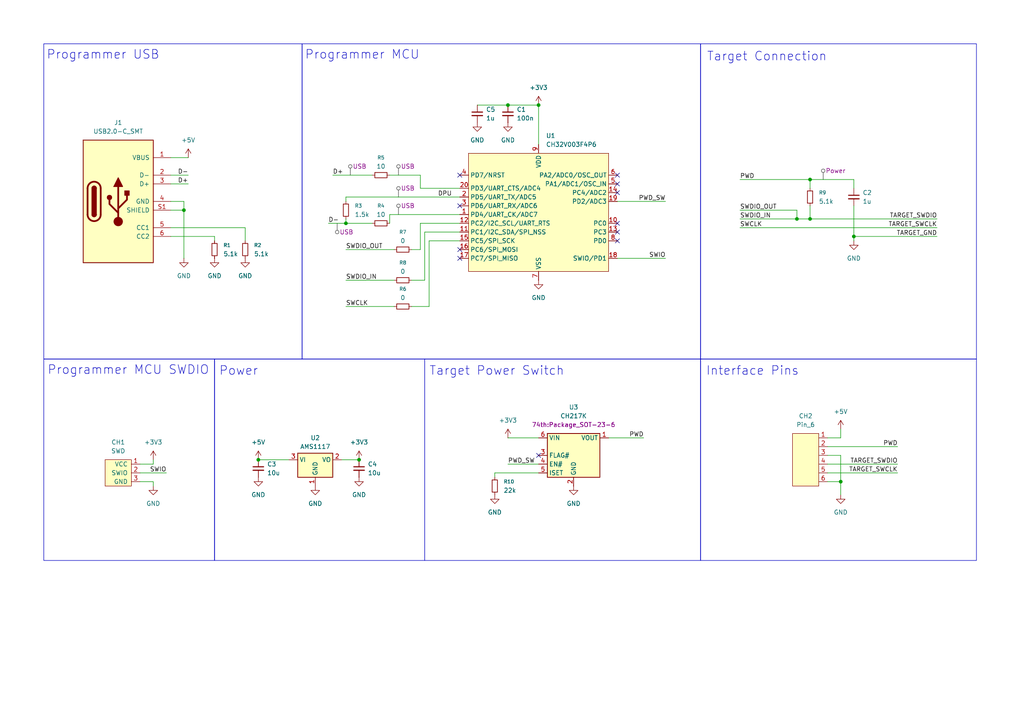
<source format=kicad_sch>
(kicad_sch (version 20250114) (generator "eeschema") (generator_version "9.0")
  (paper "A4")
  (title_block (title "RVSWDIO Programmer") (rev "1.0.1"))
  (lib_symbols
    (symbol "74th_Interface:Pin_6_GND"
      (property "Reference" "CH" (at 0 2.54 0))
      (property "Value" "Pin_6" (at 0 5.08 0))
      (symbol "Pin_6_GND_0_1"
        (rectangle (start -3.81 1.27) (end 3.81 -13.97) (stroke (width 0.1524)) (fill (type background)))
      )
      (symbol "Pin_6_GND_1_1"
        (pin bidirectional line (at 6.35 0 180) (length 2.54) (name "") (number "1"))
        (pin bidirectional line (at 6.35 -2.54 180) (length 2.54) (name "") (number "2"))
        (pin bidirectional line (at 6.35 -5.08 180) (length 2.54) (name "") (number "3"))
        (pin bidirectional line (at 6.35 -7.62 180) (length 2.54) (name "") (number "4"))
        (pin bidirectional line (at 6.35 -10.16 180) (length 2.54) (name "") (number "5"))
        (pin power_in line (at 6.35 -12.7 180) (length 2.54) (name "") (number "6"))
      )
    )
    (symbol "74th_Interface:SWD_WCH-1Wire_WITH-VCC" (pin_names (offset 1.016))
      (property "Reference" "CH" (at -3.81 5.08 0))
      (property "Value" "SWD" (at 3.81 5.08 0))
      (symbol "SWD_WCH-1Wire_WITH-VCC_0_1"
        (rectangle (start -3.81 3.81) (end 3.81 -3.81) (fill (type background)))
      )
      (symbol "SWD_WCH-1Wire_WITH-VCC_1_1"
        (pin power_in line (at 6.35 2.54 180) (length 2.54) (name "VCC") (number "1"))
        (pin bidirectional line (at 6.35 0 180) (length 2.54) (name "SWIO") (number "2"))
        (pin power_in line (at 6.35 -2.54 180) (length 2.54) (name "GND") (number "3"))
      )
    )
    (symbol "74th_Interface:USB_TypeC-2.0_Receptacle_Simple" (pin_names (offset 1.016))
      (property "Reference" "J" (at -10.16 19.05 0))
      (property "Value" "USB2.0-C_SMT" (at 15.24 19.05 0))
      (symbol "USB_TypeC-2.0_Receptacle_Simple_0_1"
        (rectangle (start -10.16 17.78) (end 10.16 -17.78) (stroke (width 0.254)) (fill (type background)))
        (polyline (pts (xy -8.89 -3.81) (xy -8.89 3.81)) (stroke (width 0.508)))
        (rectangle (start -7.62 -3.81) (end -6.35 3.81) (stroke (width 0.254)) (fill (type outline)))
        (arc (start -7.62 3.81) (mid -6.985 4.4423) (end -6.35 3.81) (stroke (width 0.254)))
        (arc (start -7.62 3.81) (mid -6.985 4.4423) (end -6.35 3.81) (stroke (width 0.254)) (fill (type outline)))
        (arc (start -8.89 3.81) (mid -6.985 5.7067) (end -5.08 3.81) (stroke (width 0.508)))
        (arc (start -5.08 -3.81) (mid -6.985 -5.7067) (end -8.89 -3.81) (stroke (width 0.508)))
        (arc (start -6.35 -3.81) (mid -6.985 -4.4423) (end -7.62 -3.81) (stroke (width 0.254)))
        (arc (start -6.35 -3.81) (mid -6.985 -4.4423) (end -7.62 -3.81) (stroke (width 0.254)) (fill (type outline)))
        (polyline (pts (xy -5.08 3.81) (xy -5.08 -3.81)) (stroke (width 0.508)))
        (circle (center -2.54 1.143) (radius 0.635) (stroke (width 0.254)) (fill (type outline)))
        (polyline (pts (xy -1.27 4.318) (xy 0 6.858) (xy 1.27 4.318) (xy -1.27 4.318)) (stroke (width 0.254)) (fill (type outline)))
        (polyline (pts (xy 0 -2.032) (xy 2.54 0.508) (xy 2.54 1.778)) (stroke (width 0.508)))
        (polyline (pts (xy 0 -3.302) (xy -2.54 -0.762) (xy -2.54 0.508)) (stroke (width 0.508)))
        (polyline (pts (xy 0 -5.842) (xy 0 4.318)) (stroke (width 0.508)))
        (circle (center 0 -5.842) (radius 1.27) (fill (type outline)))
        (rectangle (start 1.905 1.778) (end 3.175 3.048) (stroke (width 0.254)) (fill (type outline)))
      )
      (symbol "USB_TypeC-2.0_Receptacle_Simple_1_1"
        (pin power_out line (at 15.24 12.7 180) (length 5.08) (name "VBUS") (number "1"))
        (pin bidirectional line (at 15.24 7.62 180) (length 5.08) (name "D-") (number "2"))
        (pin bidirectional line (at 15.24 5.08 180) (length 5.08) (name "D+") (number "3"))
        (pin power_out line (at 15.24 0 180) (length 5.08) (name "GND") (number "4"))
        (pin passive line (at 15.24 -2.54 180) (length 5.08) (name "SHIELD") (number "S1"))
        (pin input line (at 15.24 -7.62 180) (length 5.08) (name "CC1") (number "5"))
        (pin input line (at 15.24 -10.16 180) (length 5.08) (name "CC2") (number "6"))
      )
    )
    (symbol "74th_MCU:CH32V003F4P6"
      (property "Reference" "U" (at -11.43 25.4 0))
      (property "Value" "CH32V003F4P6" (at 12.7 25.4 0))
      (symbol "CH32V003F4P6_0_1"
        (rectangle (start -20.32 24.13) (end 20.32 -10.16) (stroke (width 0.1524)) (fill (type background)))
      )
      (symbol "CH32V003F4P6_1_1"
        (pin bidirectional line (at -22.86 17.78 0) (length 2.54) (name "PD7/NRST") (number "4"))
        (pin bidirectional line (at -22.86 13.97 0) (length 2.54) (name "PD3/UART_CTS/ADC4") (number "20"))
        (pin bidirectional line (at -22.86 11.43 0) (length 2.54) (name "PD5/UART_TX/ADC5") (number "2"))
        (pin bidirectional line (at -22.86 8.89 0) (length 2.54) (name "PD6/UART_RX/ADC6") (number "3"))
        (pin bidirectional line (at -22.86 6.35 0) (length 2.54) (name "PD4/UART_CK/ADC7") (number "1"))
        (pin bidirectional line (at -22.86 3.81 0) (length 2.54) (name "PC2/I2C_SCL/UART_RTS") (number "12"))
        (pin bidirectional line (at -22.86 1.27 0) (length 2.54) (name "PC1/I2C_SDA/SPI_NSS") (number "11"))
        (pin bidirectional line (at -22.86 -1.27 0) (length 2.54) (name "PC5/SPI_SCK") (number "15"))
        (pin bidirectional line (at -22.86 -3.81 0) (length 2.54) (name "PC6/SPI_MOSI") (number "16"))
        (pin bidirectional line (at -22.86 -6.35 0) (length 2.54) (name "PC7/SPI_MISO") (number "17"))
        (pin power_in line (at 0 26.67 270) (length 2.54) (name "VDD") (number "9"))
        (pin power_in line (at 0 -12.7 90) (length 2.54) (name "VSS") (number "7"))
        (pin bidirectional line (at 22.86 17.78 180) (length 2.54) (name "PA2/ADC0/OSC_OUT") (number "6"))
        (pin bidirectional line (at 22.86 15.24 180) (length 2.54) (name "PA1/ADC1/OSC_IN") (number "5"))
        (pin bidirectional line (at 22.86 12.7 180) (length 2.54) (name "PC4/ADC2") (number "14"))
        (pin bidirectional line (at 22.86 10.16 180) (length 2.54) (name "PD2/ADC3") (number "19"))
        (pin bidirectional line (at 22.86 3.81 180) (length 2.54) (name "PC0") (number "10"))
        (pin bidirectional line (at 22.86 1.27 180) (length 2.54) (name "PC3") (number "13"))
        (pin bidirectional line (at 22.86 -1.27 180) (length 2.54) (name "PD0") (number "8"))
        (pin bidirectional line (at 22.86 -6.35 180) (length 2.54) (name "SWIO/PD1") (number "18"))
      )
    )
    (symbol "74th_Passive:AMS1117-3.3_Regulator_SOT89"
      (property "Reference" "U" (at -3.81 3.175 0))
      (property "Value" "AMS1117" (at 0 3.175 0))
      (symbol "AMS1117-3.3_Regulator_SOT89_0_1"
        (rectangle (start -5.08 1.905) (end 5.08 -5.08) (stroke (width 0.254)) (fill (type background)))
      )
      (symbol "AMS1117-3.3_Regulator_SOT89_1_1"
        (pin power_in line (at -7.62 0 0) (length 2.54) (name "VI") (number "3"))
        (pin power_in line (at 0 -7.62 90) (length 2.54) (name "GND") (number "1"))
        (pin power_out line (at 7.62 0 180) (length 2.54) (name "VO") (number "2"))
      )
    )
    (symbol "74th_Passive:CH217K_USB-Power-Limit-Switch"
      (property "Reference" "U" (at -6.35 5.08 0))
      (property "Value" "CH217K" (at 3.81 5.08 0))
      (property "Footprint" "74th:Package_SOT-23-6" (at 17.78 -10.16 0))
      (symbol "CH217K_USB-Power-Limit-Switch_1_1"
        (rectangle (start -7.62 3.81) (end 7.62 -8.89) (stroke (width 0.254)) (fill (type background)))
        (pin power_in line (at -10.16 2.54 0) (length 2.54) (name "VIN") (number "6"))
        (pin input line (at -10.16 -2.54 0) (length 2.54) (name "FLAG#") (number "3"))
        (pin input line (at -10.16 -5.08 0) (length 2.54) (name "EN#") (number "4"))
        (pin input line (at -10.16 -7.62 0) (length 2.54) (name "ISET") (number "5"))
        (pin power_in line (at 0 -11.43 90) (length 2.54) (name "GND") (number "2"))
        (pin power_out line (at 10.16 2.54 180) (length 2.54) (name "VOUT") (number "1"))
      )
    )
    (symbol "Device:C_Small" (pin_numbers (hide yes)) (pin_names (offset 0.254) (hide yes))
      (property "Reference" "C" (at 0.254 1.778 0))
      (property "Value" "C_Small" (at 0.254 -2.032 0))
      (symbol "C_Small_0_1"
        (polyline (pts (xy -1.524 0.508) (xy 1.524 0.508)) (stroke (width 0.3048)))
        (polyline (pts (xy -1.524 -0.508) (xy 1.524 -0.508)) (stroke (width 0.3302)))
      )
      (symbol "C_Small_1_1"
        (pin passive line (at 0 2.54 270) (length 2.032) (name "~") (number "1"))
        (pin passive line (at 0 -2.54 90) (length 2.032) (name "~") (number "2"))
      )
    )
    (symbol "Device:R_Small" (pin_numbers (hide yes)) (pin_names (offset 0.254) (hide yes))
      (property "Reference" "R" (at 0 0 90))
      (property "Value" "R_Small" (at 1.778 0 90))
      (symbol "R_Small_0_1"
        (rectangle (start -0.762 1.778) (end 0.762 -1.778) (stroke (width 0.2032)))
      )
      (symbol "R_Small_1_1"
        (pin passive line (at 0 2.54 270) (length 0.762) (name "~") (number "1"))
        (pin passive line (at 0 -2.54 90) (length 0.762) (name "~") (number "2"))
      )
    )
    (symbol "power:+3V3" (power) (pin_numbers (hide yes)) (pin_names (offset 0) (hide yes))
      (property "Value" "+3V3" (at 0 3.556 0))
      (symbol "+3V3_0_1"
        (polyline (pts (xy -0.762 1.27) (xy 0 2.54)))
        (polyline (pts (xy 0 2.54) (xy 0.762 1.27)))
        (polyline (pts (xy 0 0) (xy 0 2.54)))
      )
      (symbol "+3V3_1_1"
        (pin power_in line (at 0 0 90) (length 0) (name "~") (number "1"))
      )
    )
    (symbol "power:+5V" (power) (pin_numbers (hide yes)) (pin_names (offset 0) (hide yes))
      (property "Value" "+5V" (at 0 3.556 0))
      (symbol "+5V_0_1"
        (polyline (pts (xy -0.762 1.27) (xy 0 2.54)))
        (polyline (pts (xy 0 2.54) (xy 0.762 1.27)))
        (polyline (pts (xy 0 0) (xy 0 2.54)))
      )
      (symbol "+5V_1_1"
        (pin power_in line (at 0 0 90) (length 0) (name "~") (number "1"))
      )
    )
    (symbol "power:GND" (power) (pin_numbers (hide yes)) (pin_names (offset 0) (hide yes))
      (property "Value" "GND" (at 0 -3.81 0))
      (symbol "GND_0_1"
        (polyline (pts (xy 0 0) (xy 0 -1.27) (xy 1.27 -1.27) (xy 0 -2.54) (xy -1.27 -1.27) (xy 0 -1.27)))
      )
      (symbol "GND_1_1"
        (pin power_in line (at 0 0 270) (length 0) (name "~") (number "1"))
      )
    )
  )
  (rectangle (start 12.7 104.14) (end 62.23 162.56))
  (rectangle (start 123.19 104.14) (end 203.2 162.56))
  (rectangle (start 87.63 12.7) (end 203.2 104.14))
  (rectangle (start 203.2 104.14) (end 283.21 162.56))
  (rectangle (start 203.2 12.7) (end 283.21 104.14))
  (rectangle (start 12.7 12.7) (end 87.63 104.14))
  (rectangle (start 62.23 104.14) (end 123.19 162.56))
  (text "Target Connection" (at 204.978 14.986 0) (effects (font (size 2.54 2.54)) (justify left top)))
  (text "Target Power Switch" (at 124.46 106.172 0) (effects (font (size 2.54 2.54)) (justify left top)))
  (text "Interface Pins" (at 204.724 106.172 0) (effects (font (size 2.54 2.54)) (justify left top)))
  (text "Power" (at 63.5 106.172 0) (effects (font (size 2.54 2.54)) (justify left top)))
  (text "Programmer MCU" (at 88.392 14.478 0) (effects (font (size 2.54 2.54)) (justify left top)))
  (text "Programmer USB" (at 13.462 14.478 0) (effects (font (size 2.54 2.54)) (justify left top)))
  (text "Programmer MCU SWDIO" (at 13.716 105.918 0) (effects (font (size 2.54 2.54)) (justify left top)))
  (junction (at 104.14 133.35))
  (junction (at 74.93 133.35))
  (junction (at 147.32 30.48))
  (junction (at 243.84 139.7))
  (junction (at 100.33 64.77))
  (junction (at 234.95 52.07))
  (junction (at 156.21 30.48))
  (junction (at 53.34 60.96))
  (junction (at 231.14 63.5))
  (junction (at 234.95 63.5))
  (junction (at 247.65 68.58))
  (no_connect (at 179.07 69.85))
  (no_connect (at 179.07 67.31))
  (no_connect (at 179.07 50.8))
  (no_connect (at 179.07 55.88))
  (no_connect (at 133.35 59.69))
  (no_connect (at 179.07 64.77))
  (no_connect (at 133.35 74.93))
  (no_connect (at 156.21 132.08))
  (no_connect (at 133.35 72.39))
  (no_connect (at 179.07 53.34))
  (no_connect (at 133.35 50.8))
  (wire (pts (xy 214.63 60.96) (xy 231.14 60.96)))
  (wire (pts (xy 179.07 58.42) (xy 193.04 58.42)))
  (wire (pts (xy 113.03 62.23) (xy 133.35 62.23)))
  (wire (pts (xy 119.38 81.28) (xy 123.19 81.28)))
  (wire (pts (xy 243.84 132.08) (xy 243.84 139.7)))
  (wire (pts (xy 147.32 127) (xy 156.21 127)))
  (wire (pts (xy 53.34 58.42) (xy 53.34 60.96)))
  (wire (pts (xy 234.95 52.07) (xy 234.95 54.61)))
  (wire (pts (xy 240.03 132.08) (xy 243.84 132.08)))
  (wire (pts (xy 214.63 52.07) (xy 234.95 52.07)))
  (wire (pts (xy 53.34 60.96) (xy 53.34 74.93)))
  (wire (pts (xy 100.33 72.39) (xy 114.3 72.39)))
  (wire (pts (xy 62.23 68.58) (xy 62.23 69.85)))
  (wire (pts (xy 100.33 64.77) (xy 100.33 63.5)))
  (wire (pts (xy 231.14 63.5) (xy 214.63 63.5)))
  (wire (pts (xy 49.53 58.42) (xy 53.34 58.42)))
  (wire (pts (xy 113.03 64.77) (xy 113.03 62.23)))
  (wire (pts (xy 44.45 139.7) (xy 44.45 140.97)))
  (wire (pts (xy 49.53 68.58) (xy 62.23 68.58)))
  (wire (pts (xy 100.33 81.28) (xy 114.3 81.28)))
  (wire (pts (xy 121.92 50.8) (xy 121.92 54.61)))
  (wire (pts (xy 40.64 137.16) (xy 48.26 137.16)))
  (wire (pts (xy 243.84 127) (xy 243.84 124.46)))
  (wire (pts (xy 121.92 72.39) (xy 121.92 64.77)))
  (wire (pts (xy 100.33 58.42) (xy 100.33 57.15)))
  (wire (pts (xy 71.12 66.04) (xy 71.12 69.85)))
  (wire (pts (xy 147.32 30.48) (xy 156.21 30.48)))
  (wire (pts (xy 44.45 134.62) (xy 44.45 133.35)))
  (wire (pts (xy 234.95 59.69) (xy 234.95 63.5)))
  (wire (pts (xy 114.3 88.9) (xy 100.33 88.9)))
  (wire (pts (xy 176.53 127) (xy 186.69 127)))
  (wire (pts (xy 240.03 139.7) (xy 243.84 139.7)))
  (wire (pts (xy 247.65 54.61) (xy 247.65 52.07)))
  (wire (pts (xy 49.53 66.04) (xy 71.12 66.04)))
  (wire (pts (xy 240.03 134.62) (xy 260.35 134.62)))
  (wire (pts (xy 100.33 57.15) (xy 133.35 57.15)))
  (wire (pts (xy 231.14 63.5) (xy 234.95 63.5)))
  (wire (pts (xy 156.21 137.16) (xy 143.51 137.16)))
  (wire (pts (xy 121.92 54.61) (xy 133.35 54.61)))
  (wire (pts (xy 243.84 139.7) (xy 243.84 143.51)))
  (wire (pts (xy 231.14 60.96) (xy 231.14 63.5)))
  (wire (pts (xy 49.53 53.34) (xy 54.61 53.34)))
  (wire (pts (xy 123.19 67.31) (xy 133.35 67.31)))
  (wire (pts (xy 49.53 45.72) (xy 54.61 45.72)))
  (wire (pts (xy 156.21 30.48) (xy 156.21 41.91)))
  (wire (pts (xy 49.53 50.8) (xy 54.61 50.8)))
  (wire (pts (xy 247.65 68.58) (xy 271.78 68.58)))
  (wire (pts (xy 240.03 137.16) (xy 260.35 137.16)))
  (wire (pts (xy 121.92 64.77) (xy 133.35 64.77)))
  (wire (pts (xy 124.46 88.9) (xy 119.38 88.9)))
  (wire (pts (xy 247.65 59.69) (xy 247.65 68.58)))
  (wire (pts (xy 124.46 69.85) (xy 133.35 69.85)))
  (wire (pts (xy 240.03 127) (xy 243.84 127)))
  (wire (pts (xy 99.06 133.35) (xy 104.14 133.35)))
  (wire (pts (xy 100.33 64.77) (xy 107.95 64.77)))
  (wire (pts (xy 124.46 88.9) (xy 124.46 69.85)))
  (wire (pts (xy 40.64 139.7) (xy 44.45 139.7)))
  (wire (pts (xy 147.32 134.62) (xy 156.21 134.62)))
  (wire (pts (xy 49.53 60.96) (xy 53.34 60.96)))
  (wire (pts (xy 247.65 52.07) (xy 234.95 52.07)))
  (wire (pts (xy 113.03 50.8) (xy 121.92 50.8)))
  (wire (pts (xy 240.03 129.54) (xy 260.35 129.54)))
  (wire (pts (xy 123.19 81.28) (xy 123.19 67.31)))
  (wire (pts (xy 234.95 63.5) (xy 271.78 63.5)))
  (wire (pts (xy 95.25 64.77) (xy 100.33 64.77)))
  (wire (pts (xy 119.38 72.39) (xy 121.92 72.39)))
  (wire (pts (xy 96.52 50.8) (xy 107.95 50.8)))
  (wire (pts (xy 143.51 137.16) (xy 143.51 138.43)))
  (wire (pts (xy 40.64 134.62) (xy 44.45 134.62)))
  (wire (pts (xy 214.63 66.04) (xy 271.78 66.04)))
  (wire (pts (xy 74.93 133.35) (xy 83.82 133.35)))
  (wire (pts (xy 179.07 74.93) (xy 193.04 74.93)))
  (wire (pts (xy 138.43 30.48) (xy 147.32 30.48)))
  (wire (pts (xy 247.65 68.58) (xy 247.65 69.85)))
  (label "D-" (at 54.61 50.8 180))
  (label "SWCLK" (at 214.63 66.04 0))
  (label "D+" (at 96.52 50.8 0))
  (label "SWIO" (at 193.04 74.93 180))
  (label "SWIO" (at 48.26 137.16 180))
  (label "D+" (at 54.61 53.34 180))
  (label "PWD_SW" (at 147.32 134.62 0))
  (label "SWDIO_OUT" (at 214.63 60.96 0))
  (label "PWD_SW" (at 193.04 58.42 180))
  (label "D-" (at 95.25 64.77 0))
  (label "SWDIO_IN" (at 100.33 81.28 0))
  (label "PWD" (at 214.63 52.07 0))
  (label "TARGET_SWCLK" (at 271.78 66.04 180))
  (label "PWD" (at 260.35 129.54 180))
  (label "TARGET_SWCLK" (at 260.35 137.16 180))
  (label "TARGET_SWDIO" (at 260.35 134.62 180))
  (label "SWDIO_IN" (at 214.63 63.5 0))
  (label "SWCLK" (at 100.33 88.9 0))
  (label "DPU" (at 127 57.15 0))
  (label "SWDIO_OUT" (at 100.33 72.39 0))
  (label "TARGET_SWDIO" (at 271.78 63.5 180))
  (label "PWD" (at 186.69 127 180))
  (label "TARGET_GND" (at 271.78 68.58 180))
  (netclass_flag "" (length 2.54) (shape round) (at 97.79 64.77 180) (property "Netclass" "USB" (at 98.4885 67.31 0) (effects (justify left))))
  (netclass_flag "" (length 2.54) (shape round) (at 115.57 57.15 0) (property "Netclass" "USB" (at 116.2685 54.61 0) (effects (justify left))))
  (netclass_flag "" (length 2.54) (shape round) (at 115.57 50.8 0) (property "Netclass" "USB" (at 116.2685 48.26 0) (effects (justify left))))
  (netclass_flag "" (length 2.54) (shape round) (at 101.6 50.8 0) (property "Netclass" "USB" (at 102.2985 48.26 0) (effects (justify left))))
  (netclass_flag "" (length 2.54) (shape round) (at 115.57 62.23 0) (property "Netclass" "USB" (at 116.2685 59.69 0) (effects (justify left))))
  (netclass_flag "" (length 2.54) (shape round) (at 238.76 52.07 0) (property "Netclass" "Power" (at 239.4585 49.53 0) (effects (justify left))))
  (symbol (lib_id "74th_Interface:SWD_WCH-1Wire_WITH-VCC") (at 34.29 137.16 0) (unit 1)
    (property "Reference" "CH1" (at 34.29 128.27 0))
    (property "Value" "SWD" (at 34.29 130.81 0))
    (property "Footprint" "74th:PinOut_Pin_3_3GND" (effects (hide yes)))
  )
  (symbol (lib_id "Device:R_Small") (at 116.84 88.9 90) (unit 1)
    (property "Reference" "R6" (at 116.84 83.82 90) (effects (font (size 1.016 1.016))))
    (property "Value" "0" (at 116.84 86.36 90))
    (property "Footprint" "74th:Register_0603_1608" (effects (hide yes)))
    (property "Description" "Resistor, small symbol" (effects (hide yes)))
  )
  (symbol (lib_id "power:GND") (at 143.51 143.51 0) (unit 1)
    (property "Reference" "#PWR012" (effects (hide yes)))
    (property "Value" "GND" (at 143.51 148.59 0))
    (property "Description" "Power symbol creates a global label with name \"GND\" , ground" (effects (hide yes)))
  )
  (symbol (lib_id "Device:C_Small") (at 74.93 135.89 0) (unit 1)
    (property "Reference" "C3" (at 77.47 134.6262 0) (effects (justify left)))
    (property "Value" "10u" (at 77.47 137.1662 0) (effects (justify left)))
    (property "Footprint" "74th:Capacitor_0603_1608" (effects (hide yes)))
    (property "Description" "Unpolarized capacitor, small symbol" (effects (hide yes)))
  )
  (symbol (lib_id "power:GND") (at 62.23 74.93 0) (unit 1)
    (property "Reference" "#PWR09" (effects (hide yes)))
    (property "Value" "GND" (at 62.23 80.01 0))
    (property "Description" "Power symbol creates a global label with name \"GND\" , ground" (effects (hide yes)))
  )
  (symbol (lib_id "power:GND") (at 147.32 35.56 0) (unit 1)
    (property "Reference" "#PWR03" (effects (hide yes)))
    (property "Value" "GND" (at 147.32 40.64 0))
    (property "Description" "Power symbol creates a global label with name \"GND\" , ground" (effects (hide yes)))
  )
  (symbol (lib_id "Device:R_Small") (at 62.23 72.39 0) (unit 1)
    (property "Reference" "R1" (at 64.77 71.1199 0) (effects (font (size 1.016 1.016)) (justify left)))
    (property "Value" "5.1k" (at 64.77 73.6599 0) (effects (justify left)))
    (property "Footprint" "74th:Register_0603_1608" (effects (hide yes)))
    (property "Description" "Resistor, small symbol" (effects (hide yes)))
  )
  (symbol (lib_id "power:+5V") (at 243.84 124.46 0) (unit 1)
    (property "Reference" "#PWR017" (effects (hide yes)))
    (property "Value" "+5V" (at 243.84 119.38 0))
    (property "Description" "Power symbol creates a global label with name \"+5V\"" (effects (hide yes)))
  )
  (symbol (lib_id "power:+5V") (at 74.93 133.35 0) (unit 1)
    (property "Reference" "#PWR07" (effects (hide yes)))
    (property "Value" "+5V" (at 74.93 128.27 0))
    (property "Description" "Power symbol creates a global label with name \"+5V\"" (effects (hide yes)))
  )
  (symbol (lib_id "Device:R_Small") (at 100.33 60.96 0) (unit 1)
    (property "Reference" "R3" (at 102.87 59.6899 0) (effects (font (size 1.016 1.016)) (justify left)))
    (property "Value" "1.5k" (at 102.87 62.2299 0) (effects (justify left)))
    (property "Footprint" "74th:Register_0603_1608" (effects (hide yes)))
    (property "Description" "Resistor, small symbol" (effects (hide yes)))
  )
  (symbol (lib_id "Device:C_Small") (at 138.43 33.02 0) (unit 1)
    (property "Reference" "C5" (at 140.97 31.7562 0) (effects (justify left)))
    (property "Value" "1u" (at 140.97 34.2962 0) (effects (justify left)))
    (property "Footprint" "74th:Capacitor_0603_1608" (effects (hide yes)))
    (property "Description" "Unpolarized capacitor, small symbol" (effects (hide yes)))
  )
  (symbol (lib_id "Device:C_Small") (at 104.14 135.89 0) (unit 1)
    (property "Reference" "C4" (at 106.68 134.6262 0) (effects (justify left)))
    (property "Value" "10u" (at 106.68 137.1662 0) (effects (justify left)))
    (property "Footprint" "74th:Capacitor_0603_1608" (effects (hide yes)))
    (property "Description" "Unpolarized capacitor, small symbol" (effects (hide yes)))
  )
  (symbol (lib_id "74th_MCU:CH32V003F4P6") (at 156.21 68.58 0) (unit 1)
    (property "Reference" "U1" (at 158.3533 39.37 0) (effects (justify left)))
    (property "Value" "CH32V003F4P6" (at 158.3533 41.91 0) (effects (justify left)))
    (property "Footprint" "74th:Package_TSSOP-20_4.4x6.5mm_P0.65mm" (effects (hide yes)))
  )
  (symbol (lib_id "power:GND") (at 247.65 69.85 0) (unit 1)
    (property "Reference" "#PWR013" (effects (hide yes)))
    (property "Value" "GND" (at 247.65 74.93 0))
    (property "Description" "Power symbol creates a global label with name \"GND\" , ground" (effects (hide yes)))
  )
  (symbol (lib_id "power:+3V3") (at 147.32 127 0) (unit 1)
    (property "Reference" "#PWR021" (effects (hide yes)))
    (property "Value" "+3V3" (at 147.32 121.92 0))
    (property "Description" "Power symbol creates a global label with name \"+3V3\"" (effects (hide yes)))
  )
  (symbol (lib_id "Device:R_Small") (at 110.49 50.8 90) (unit 1)
    (property "Reference" "R5" (at 110.49 45.72 90) (effects (font (size 1.016 1.016))))
    (property "Value" "10" (at 110.49 48.26 90))
    (property "Footprint" "74th:Register_0603_1608" (effects (hide yes)))
    (property "Description" "Resistor, small symbol" (effects (hide yes)))
  )
  (symbol (lib_id "power:GND") (at 138.43 35.56 0) (unit 1)
    (property "Reference" "#PWR018" (effects (hide yes)))
    (property "Value" "GND" (at 138.43 40.64 0))
    (property "Description" "Power symbol creates a global label with name \"GND\" , ground" (effects (hide yes)))
  )
  (symbol (lib_id "power:+3V3") (at 156.21 30.48 0) (unit 1)
    (property "Reference" "#PWR01" (effects (hide yes)))
    (property "Value" "+3V3" (at 156.21 25.4 0))
    (property "Description" "Power symbol creates a global label with name \"+3V3\"" (effects (hide yes)))
  )
  (symbol (lib_id "power:GND") (at 53.34 74.93 0) (unit 1)
    (property "Reference" "#PWR011" (effects (hide yes)))
    (property "Value" "GND" (at 53.34 80.01 0))
    (property "Description" "Power symbol creates a global label with name \"GND\" , ground" (effects (hide yes)))
  )
  (symbol (lib_id "power:GND") (at 44.45 140.97 0) (unit 1)
    (property "Reference" "#PWR014" (effects (hide yes)))
    (property "Value" "GND" (at 44.45 146.05 0))
    (property "Description" "Power symbol creates a global label with name \"GND\" , ground" (effects (hide yes)))
  )
  (symbol (lib_id "power:+3V3") (at 104.14 133.35 0) (unit 1)
    (property "Reference" "#PWR020" (effects (hide yes)))
    (property "Value" "+3V3" (at 104.14 128.27 0))
    (property "Description" "Power symbol creates a global label with name \"+3V3\"" (effects (hide yes)))
  )
  (symbol (lib_id "power:GND") (at 91.44 140.97 0) (unit 1)
    (property "Reference" "#PWR04" (effects (hide yes)))
    (property "Value" "GND" (at 91.44 146.05 0))
    (property "Description" "Power symbol creates a global label with name \"GND\" , ground" (effects (hide yes)))
  )
  (symbol (lib_id "power:GND") (at 74.93 138.43 0) (unit 1)
    (property "Reference" "#PWR05" (effects (hide yes)))
    (property "Value" "GND" (at 74.93 143.51 0))
    (property "Description" "Power symbol creates a global label with name \"GND\" , ground" (effects (hide yes)))
  )
  (symbol (lib_id "74th_Passive:CH217K_USB-Power-Limit-Switch") (at 166.37 129.54 0) (unit 1)
    (property "Reference" "U3" (at 166.37 118.11 0))
    (property "Value" "CH217K" (at 166.37 120.65 0))
    (property "Footprint" "74th:Package_SOT-23-6" (at 166.37 123.19 0))
  )
  (symbol (lib_id "74th_Interface:USB_TypeC-2.0_Receptacle_Simple") (at 34.29 58.42 0) (unit 1)
    (property "Reference" "J1" (at 34.29 35.56 0))
    (property "Value" "USB2.0-C_SMT" (at 34.29 38.1 0))
    (property "Footprint" "74th:Connector_USB-C-Receptacle_SMT_12-Pin_Simple" (effects (hide yes)))
    (property "Datasheet" "https://www.usb.org/sites/default/files/documents/usb_type-c.zip" (effects (hide yes)))
    (property "Description" "USB 2.0-only Type-C Plug connector" (effects (hide yes)))
  )
  (symbol (lib_id "Device:C_Small") (at 147.32 33.02 0) (unit 1)
    (property "Reference" "C1" (at 149.86 31.7562 0) (effects (justify left)))
    (property "Value" "100n" (at 149.86 34.2962 0) (effects (justify left)))
    (property "Footprint" "74th:Capacitor_0603_1608" (effects (hide yes)))
    (property "Description" "Unpolarized capacitor, small symbol" (effects (hide yes)))
  )
  (symbol (lib_id "power:GND") (at 104.14 138.43 0) (unit 1)
    (property "Reference" "#PWR06" (effects (hide yes)))
    (property "Value" "GND" (at 104.14 143.51 0))
    (property "Description" "Power symbol creates a global label with name \"GND\" , ground" (effects (hide yes)))
  )
  (symbol (lib_id "74th_Passive:AMS1117-3.3_Regulator_SOT89") (at 91.44 133.35 0) (unit 1)
    (property "Reference" "U2" (at 91.44 127 0))
    (property "Value" "AMS1117" (at 91.44 129.54 0))
    (property "Footprint" "74th:Package_SOT-89-3" (effects (hide yes)))
    (property "Description" "1A Low Dropout regulator, positive, adjustable output, SOT-223" (effects (hide yes)))
  )
  (symbol (lib_id "power:GND") (at 243.84 143.51 0) (unit 1)
    (property "Reference" "#PWR016" (effects (hide yes)))
    (property "Value" "GND" (at 243.84 148.59 0))
    (property "Description" "Power symbol creates a global label with name \"GND\" , ground" (effects (hide yes)))
  )
  (symbol (lib_id "power:GND") (at 166.37 140.97 0) (unit 1)
    (property "Reference" "#PWR019" (effects (hide yes)))
    (property "Value" "GND" (at 166.37 146.05 0))
    (property "Description" "Power symbol creates a global label with name \"GND\" , ground" (effects (hide yes)))
  )
  (symbol (lib_id "Device:C_Small") (at 247.65 57.15 0) (unit 1)
    (property "Reference" "C2" (at 250.19 55.8862 0) (effects (justify left)))
    (property "Value" "1u" (at 250.19 58.4262 0) (effects (justify left)))
    (property "Footprint" "74th:Capacitor_0603_1608" (effects (hide yes)))
    (property "Description" "Unpolarized capacitor, small symbol" (effects (hide yes)))
  )
  (symbol (lib_id "Device:R_Small") (at 116.84 72.39 90) (unit 1)
    (property "Reference" "R7" (at 116.84 67.31 90) (effects (font (size 1.016 1.016))))
    (property "Value" "0" (at 116.84 69.85 90))
    (property "Footprint" "74th:Register_0603_1608" (effects (hide yes)))
    (property "Description" "Resistor, small symbol" (effects (hide yes)))
  )
  (symbol (lib_id "Device:R_Small") (at 110.49 64.77 90) (unit 1)
    (property "Reference" "R4" (at 110.49 59.69 90) (effects (font (size 1.016 1.016))))
    (property "Value" "10" (at 110.49 62.23 90))
    (property "Footprint" "74th:Register_0603_1608" (effects (hide yes)))
    (property "Description" "Resistor, small symbol" (effects (hide yes)))
  )
  (symbol (lib_id "power:+3V3") (at 44.45 133.35 0) (unit 1)
    (property "Reference" "#PWR015" (effects (hide yes)))
    (property "Value" "+3V3" (at 44.45 128.27 0))
    (property "Description" "Power symbol creates a global label with name \"+3V3\"" (effects (hide yes)))
  )
  (symbol (lib_id "Device:R_Small") (at 116.84 81.28 90) (unit 1)
    (property "Reference" "R8" (at 116.84 76.2 90) (effects (font (size 1.016 1.016))))
    (property "Value" "0" (at 116.84 78.74 90))
    (property "Footprint" "74th:Register_0603_1608" (effects (hide yes)))
    (property "Description" "Resistor, small symbol" (effects (hide yes)))
  )
  (symbol (lib_id "74th_Interface:Pin_6_GND") (at 233.68 127 0) (unit 1)
    (property "Reference" "CH2" (at 233.68 120.65 0))
    (property "Value" "Pin_6" (at 233.68 123.19 0))
    (property "Footprint" "74th:PinOut_Pin_6_GND" (effects (hide yes)))
  )
  (symbol (lib_id "power:+5V") (at 54.61 45.72 0) (unit 1)
    (property "Reference" "#PWR08" (effects (hide yes)))
    (property "Value" "+5V" (at 54.61 40.64 0))
    (property "Description" "Power symbol creates a global label with name \"+5V\"" (effects (hide yes)))
  )
  (symbol (lib_id "Device:R_Small") (at 234.95 57.15 180) (unit 1)
    (property "Reference" "R9" (at 237.49 55.8799 0) (effects (font (size 1.016 1.016)) (justify right)))
    (property "Value" "5.1k" (at 237.49 58.4199 0) (effects (justify right)))
    (property "Footprint" "74th:Register_0603_1608" (effects (hide yes)))
    (property "Description" "Resistor, small symbol" (effects (hide yes)))
  )
  (symbol (lib_id "Device:R_Small") (at 143.51 140.97 0) (unit 1)
    (property "Reference" "R10" (at 146.05 139.6999 0) (effects (font (size 1.016 1.016)) (justify left)))
    (property "Value" "22k" (at 146.05 142.2399 0) (effects (justify left)))
    (property "Footprint" "74th:Register_0603_1608" (effects (hide yes)))
    (property "Description" "Resistor, small symbol" (effects (hide yes)))
  )
  (symbol (lib_id "Device:R_Small") (at 71.12 72.39 0) (unit 1)
    (property "Reference" "R2" (at 73.66 71.1199 0) (effects (font (size 1.016 1.016)) (justify left)))
    (property "Value" "5.1k" (at 73.66 73.6599 0) (effects (justify left)))
    (property "Footprint" "74th:Register_0603_1608" (effects (hide yes)))
    (property "Description" "Resistor, small symbol" (effects (hide yes)))
  )
  (symbol (lib_id "power:GND") (at 71.12 74.93 0) (unit 1)
    (property "Reference" "#PWR010" (effects (hide yes)))
    (property "Value" "GND" (at 71.12 80.01 0))
    (property "Description" "Power symbol creates a global label with name \"GND\" , ground" (effects (hide yes)))
  )
  (symbol (lib_id "power:GND") (at 156.21 81.28 0) (unit 1)
    (property "Reference" "#PWR02" (effects (hide yes)))
    (property "Value" "GND" (at 156.21 86.36 0))
    (property "Description" "Power symbol creates a global label with name \"GND\" , ground" (effects (hide yes)))
  )
)
</source>
